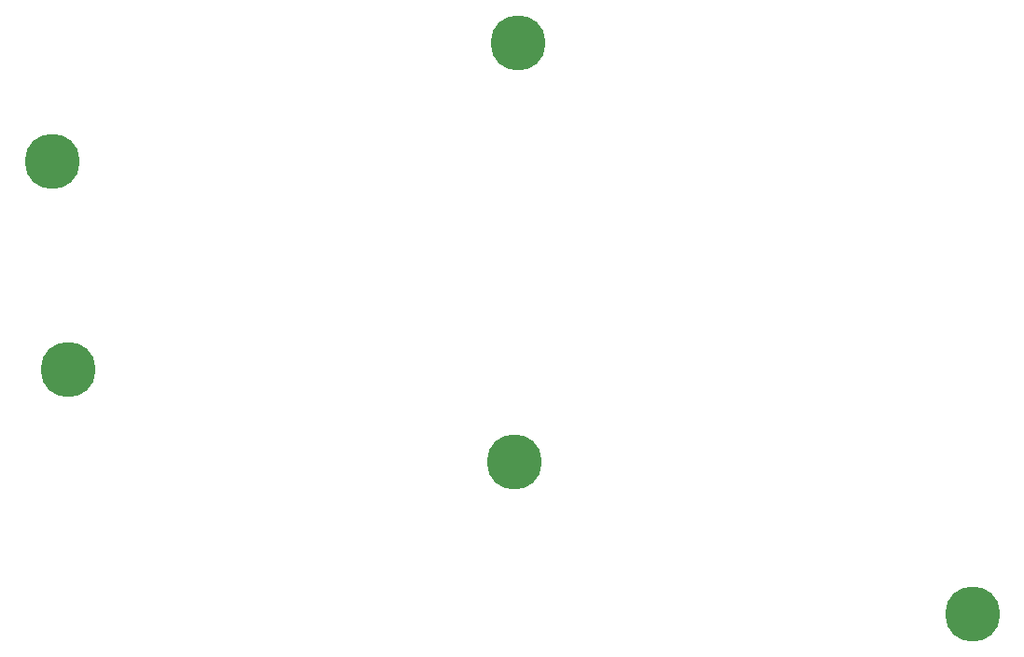
<source format=gbr>
%TF.GenerationSoftware,KiCad,Pcbnew,7.0.7*%
%TF.CreationDate,2023-10-01T20:23:59+02:00*%
%TF.ProjectId,goose_plate,676f6f73-655f-4706-9c61-74652e6b6963,v1.0.0*%
%TF.SameCoordinates,Original*%
%TF.FileFunction,Soldermask,Top*%
%TF.FilePolarity,Negative*%
%FSLAX46Y46*%
G04 Gerber Fmt 4.6, Leading zero omitted, Abs format (unit mm)*
G04 Created by KiCad (PCBNEW 7.0.7) date 2023-10-01 20:23:59*
%MOMM*%
%LPD*%
G01*
G04 APERTURE LIST*
%ADD10C,5.000000*%
G04 APERTURE END LIST*
D10*
%TO.C,H2*%
X188776286Y-151112864D03*
%TD*%
%TO.C,H5*%
X270771266Y-173243668D03*
%TD*%
%TO.C,H1*%
X187286472Y-132182973D03*
%TD*%
%TO.C,H3*%
X229596977Y-121494108D03*
%TD*%
%TO.C,H4*%
X229265419Y-159486874D03*
%TD*%
M02*

</source>
